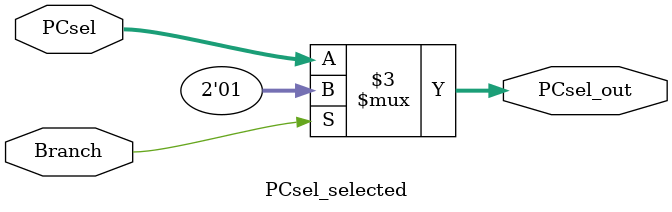
<source format=v>
`timescale 1ns / 1ps


module PCsel_selected(
    input wire [1:0] PCsel,
    input wire Branch,
    output reg [1:0]PCsel_out
    );
    always@(*) begin
        PCsel_out = (Branch == 1'b0)? PCsel : 2'b01;
    end
    
endmodule

</source>
